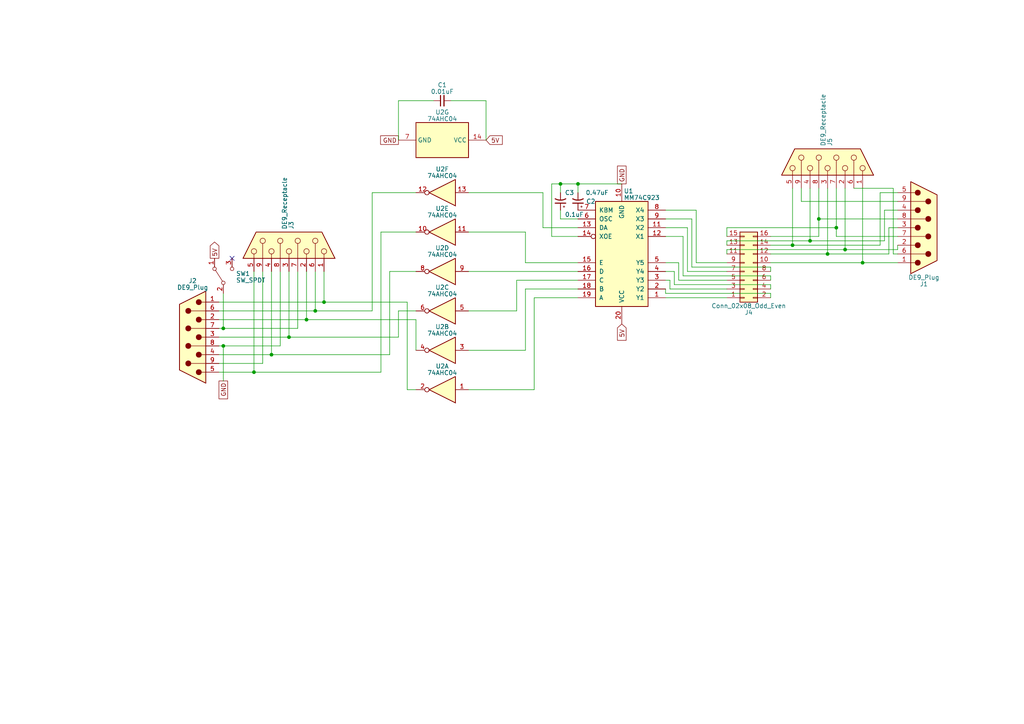
<source format=kicad_sch>
(kicad_sch (version 20230121) (generator eeschema)
  (paper "A4")
  (title_block (title "Sidecar XE85") (date "2023-04-05") (rev "1") (company "Decent Consulting"))
  (lib_symbols
    (symbol "74xx:74AHC04"
      (property "Reference" "U" (at 0 1.27 0))
      (property "Value" "74AHC04" (at 0 -1.27 0))
      (symbol "74AHC04_1_0"
        (polyline (pts (xy -3.81 3.81) (xy -3.81 -3.81) (xy 3.81 0) (xy -3.81 3.81)) (stroke (width 0.254)) (fill (type background)))
        (pin input line (at -7.62 0 0) (length 3.81) (name "~") (number "1"))
        (pin output inverted (at 7.62 0 180) (length 3.81) (name "~") (number "2"))
      )
      (symbol "74AHC04_2_0"
        (polyline (pts (xy -3.81 3.81) (xy -3.81 -3.81) (xy 3.81 0) (xy -3.81 3.81)) (stroke (width 0.254)) (fill (type background)))
        (pin input line (at -7.62 0 0) (length 3.81) (name "~") (number "3"))
        (pin output inverted (at 7.62 0 180) (length 3.81) (name "~") (number "4"))
      )
      (symbol "74AHC04_3_0"
        (polyline (pts (xy -3.81 3.81) (xy -3.81 -3.81) (xy 3.81 0) (xy -3.81 3.81)) (stroke (width 0.254)) (fill (type background)))
        (pin input line (at -7.62 0 0) (length 3.81) (name "~") (number "5"))
        (pin output inverted (at 7.62 0 180) (length 3.81) (name "~") (number "6"))
      )
      (symbol "74AHC04_4_0"
        (polyline (pts (xy -3.81 3.81) (xy -3.81 -3.81) (xy 3.81 0) (xy -3.81 3.81)) (stroke (width 0.254)) (fill (type background)))
        (pin output inverted (at 7.62 0 180) (length 3.81) (name "~") (number "8"))
        (pin input line (at -7.62 0 0) (length 3.81) (name "~") (number "9"))
      )
      (symbol "74AHC04_5_0"
        (polyline (pts (xy -3.81 3.81) (xy -3.81 -3.81) (xy 3.81 0) (xy -3.81 3.81)) (stroke (width 0.254)) (fill (type background)))
        (pin output inverted (at 7.62 0 180) (length 3.81) (name "~") (number "10"))
        (pin input line (at -7.62 0 0) (length 3.81) (name "~") (number "11"))
      )
      (symbol "74AHC04_6_0"
        (polyline (pts (xy -3.81 3.81) (xy -3.81 -3.81) (xy 3.81 0) (xy -3.81 3.81)) (stroke (width 0.254)) (fill (type background)))
        (pin output inverted (at 7.62 0 180) (length 3.81) (name "~") (number "12"))
        (pin input line (at -7.62 0 0) (length 3.81) (name "~") (number "13"))
      )
      (symbol "74AHC04_7_0"
        (pin power_in line (at 0 12.7 270) (length 5.08) (name "VCC") (number "14"))
        (pin power_in line (at 0 -12.7 90) (length 5.08) (name "GND") (number "7"))
      )
      (symbol "74AHC04_7_1"
        (rectangle (start -5.08 7.62) (end 5.08 -7.62) (stroke (width 0.254)) (fill (type background)))
      )
    )
    (symbol "74xx:MM74C923" (pin_names (offset 1.016))
      (property "Reference" "U" (at -7.62 16.51 0))
      (property "Value" "MM74C923" (at -7.62 -16.51 0))
      (symbol "MM74C923_1_0"
        (pin input line (at -12.7 12.7 0) (length 5.08) (name "Y1") (number "1"))
        (pin power_in line (at 0 -20.32 90) (length 5.08) (name "GND") (number "10"))
        (pin output line (at -12.7 -7.62 0) (length 5.08) (name "X2") (number "11"))
        (pin output line (at -12.7 -5.08 0) (length 5.08) (name "X1") (number "12"))
        (pin output line (at 12.7 -7.62 180) (length 5.08) (name "DA") (number "13"))
        (pin input inverted (at 12.7 -5.08 180) (length 5.08) (name "XOE") (number "14"))
        (pin tri_state line (at 12.7 2.54 180) (length 5.08) (name "E") (number "15"))
        (pin tri_state line (at 12.7 5.08 180) (length 5.08) (name "D") (number "16"))
        (pin tri_state line (at 12.7 7.62 180) (length 5.08) (name "C") (number "17"))
        (pin tri_state line (at 12.7 10.16 180) (length 5.08) (name "B") (number "18"))
        (pin tri_state line (at 12.7 12.7 180) (length 5.08) (name "A") (number "19"))
        (pin input line (at -12.7 10.16 0) (length 5.08) (name "Y2") (number "2"))
        (pin power_in line (at 0 20.32 270) (length 5.08) (name "VCC") (number "20"))
        (pin input line (at -12.7 7.62 0) (length 5.08) (name "Y3") (number "3"))
        (pin input line (at -12.7 5.08 0) (length 5.08) (name "Y4") (number "4"))
        (pin input line (at -12.7 2.54 0) (length 5.08) (name "Y5") (number "5"))
        (pin input line (at 12.7 -10.16 180) (length 5.08) (name "OSC") (number "6"))
        (pin input line (at 12.7 -12.7 180) (length 5.08) (name "KBM") (number "7"))
        (pin output line (at -12.7 -12.7 0) (length 5.08) (name "X4") (number "8"))
        (pin output line (at -12.7 -10.16 0) (length 5.08) (name "X3") (number "9"))
      )
      (symbol "MM74C923_1_1"
        (rectangle (start -7.62 15.24) (end 7.62 -15.24) (stroke (width 0.254)) (fill (type background)))
      )
    )
    (symbol "Connector:DE9_Plug" (pin_names (offset 1.016) hide)
      (property "Reference" "J" (at 0 13.97 0))
      (property "Value" "DE9_Plug" (at 0 -14.605 0))
      (symbol "DE9_Plug_0_1"
        (circle (center -1.778 -10.16) (radius 0.762) (fill (type outline)))
        (circle (center -1.778 -5.08) (radius 0.762) (fill (type outline)))
        (circle (center -1.778 0) (radius 0.762) (fill (type outline)))
        (circle (center -1.778 5.08) (radius 0.762) (fill (type outline)))
        (circle (center -1.778 10.16) (radius 0.762) (fill (type outline)))
        (polyline (pts (xy -3.81 -10.16) (xy -2.54 -10.16)))
        (polyline (pts (xy -3.81 -7.62) (xy 0.508 -7.62)))
        (polyline (pts (xy -3.81 -5.08) (xy -2.54 -5.08)))
        (polyline (pts (xy -3.81 -2.54) (xy 0.508 -2.54)))
        (polyline (pts (xy -3.81 0) (xy -2.54 0)))
        (polyline (pts (xy -3.81 2.54) (xy 0.508 2.54)))
        (polyline (pts (xy -3.81 5.08) (xy -2.54 5.08)))
        (polyline (pts (xy -3.81 7.62) (xy 0.508 7.62)))
        (polyline (pts (xy -3.81 10.16) (xy -2.54 10.16)))
        (polyline (pts (xy -3.81 -13.335) (xy -3.81 13.335) (xy 3.81 9.525) (xy 3.81 -9.525) (xy -3.81 -13.335)) (stroke (width 0.254)) (fill (type background)))
        (circle (center 1.27 -7.62) (radius 0.762) (fill (type outline)))
        (circle (center 1.27 -2.54) (radius 0.762) (fill (type outline)))
        (circle (center 1.27 2.54) (radius 0.762) (fill (type outline)))
        (circle (center 1.27 7.62) (radius 0.762) (fill (type outline)))
      )
      (symbol "DE9_Plug_1_1"
        (pin passive line (at -7.62 -10.16 0) (length 3.81) (name "1") (number "1"))
        (pin passive line (at -7.62 -5.08 0) (length 3.81) (name "2") (number "2"))
        (pin passive line (at -7.62 0 0) (length 3.81) (name "3") (number "3"))
        (pin passive line (at -7.62 5.08 0) (length 3.81) (name "4") (number "4"))
        (pin passive line (at -7.62 10.16 0) (length 3.81) (name "5") (number "5"))
        (pin passive line (at -7.62 -7.62 0) (length 3.81) (name "6") (number "6"))
        (pin passive line (at -7.62 -2.54 0) (length 3.81) (name "7") (number "7"))
        (pin passive line (at -7.62 2.54 0) (length 3.81) (name "8") (number "8"))
        (pin passive line (at -7.62 7.62 0) (length 3.81) (name "9") (number "9"))
      )
    )
    (symbol "Connector:DE9_Receptacle" (pin_names (offset 1.016) hide)
      (property "Reference" "J" (at 0 13.97 0))
      (property "Value" "DE9_Receptacle" (at 0 -14.605 0))
      (symbol "DE9_Receptacle_0_1"
        (circle (center -1.778 -10.16) (radius 0.762))
        (circle (center -1.778 -5.08) (radius 0.762))
        (circle (center -1.778 0) (radius 0.762))
        (circle (center -1.778 5.08) (radius 0.762))
        (circle (center -1.778 10.16) (radius 0.762))
        (polyline (pts (xy -3.81 -10.16) (xy -2.54 -10.16)))
        (polyline (pts (xy -3.81 -7.62) (xy 0.508 -7.62)))
        (polyline (pts (xy -3.81 -5.08) (xy -2.54 -5.08)))
        (polyline (pts (xy -3.81 -2.54) (xy 0.508 -2.54)))
        (polyline (pts (xy -3.81 0) (xy -2.54 0)))
        (polyline (pts (xy -3.81 2.54) (xy 0.508 2.54)))
        (polyline (pts (xy -3.81 5.08) (xy -2.54 5.08)))
        (polyline (pts (xy -3.81 7.62) (xy 0.508 7.62)))
        (polyline (pts (xy -3.81 10.16) (xy -2.54 10.16)))
        (polyline (pts (xy -3.81 13.335) (xy -3.81 -13.335) (xy 3.81 -9.525) (xy 3.81 9.525) (xy -3.81 13.335)) (stroke (width 0.254)) (fill (type background)))
        (circle (center 1.27 -7.62) (radius 0.762))
        (circle (center 1.27 -2.54) (radius 0.762))
        (circle (center 1.27 2.54) (radius 0.762))
        (circle (center 1.27 7.62) (radius 0.762))
      )
      (symbol "DE9_Receptacle_1_1"
        (pin passive line (at -7.62 10.16 0) (length 3.81) (name "1") (number "1"))
        (pin passive line (at -7.62 5.08 0) (length 3.81) (name "2") (number "2"))
        (pin passive line (at -7.62 0 0) (length 3.81) (name "3") (number "3"))
        (pin passive line (at -7.62 -5.08 0) (length 3.81) (name "4") (number "4"))
        (pin passive line (at -7.62 -10.16 0) (length 3.81) (name "5") (number "5"))
        (pin passive line (at -7.62 7.62 0) (length 3.81) (name "6") (number "6"))
        (pin passive line (at -7.62 2.54 0) (length 3.81) (name "7") (number "7"))
        (pin passive line (at -7.62 -2.54 0) (length 3.81) (name "8") (number "8"))
        (pin passive line (at -7.62 -7.62 0) (length 3.81) (name "9") (number "9"))
      )
    )
    (symbol "Connector_Generic:Conn_02x08_Odd_Even" (pin_names (offset 1.016) hide)
      (property "Reference" "J" (at 1.27 10.16 0))
      (property "Value" "Conn_02x08_Odd_Even" (at 1.27 -12.7 0))
      (symbol "Conn_02x08_Odd_Even_1_1"
        (rectangle (start -1.27 -10.033) (end 0 -10.287) (stroke (width 0.1524)))
        (rectangle (start -1.27 -7.493) (end 0 -7.747) (stroke (width 0.1524)))
        (rectangle (start -1.27 -4.953) (end 0 -5.207) (stroke (width 0.1524)))
        (rectangle (start -1.27 -2.413) (end 0 -2.667) (stroke (width 0.1524)))
        (rectangle (start -1.27 0.127) (end 0 -0.127) (stroke (width 0.1524)))
        (rectangle (start -1.27 2.667) (end 0 2.413) (stroke (width 0.1524)))
        (rectangle (start -1.27 5.207) (end 0 4.953) (stroke (width 0.1524)))
        (rectangle (start -1.27 7.747) (end 0 7.493) (stroke (width 0.1524)))
        (rectangle (start -1.27 8.89) (end 3.81 -11.43) (stroke (width 0.254)) (fill (type background)))
        (rectangle (start 3.81 -10.033) (end 2.54 -10.287) (stroke (width 0.1524)))
        (rectangle (start 3.81 -7.493) (end 2.54 -7.747) (stroke (width 0.1524)))
        (rectangle (start 3.81 -4.953) (end 2.54 -5.207) (stroke (width 0.1524)))
        (rectangle (start 3.81 -2.413) (end 2.54 -2.667) (stroke (width 0.1524)))
        (rectangle (start 3.81 0.127) (end 2.54 -0.127) (stroke (width 0.1524)))
        (rectangle (start 3.81 2.667) (end 2.54 2.413) (stroke (width 0.1524)))
        (rectangle (start 3.81 5.207) (end 2.54 4.953) (stroke (width 0.1524)))
        (rectangle (start 3.81 7.747) (end 2.54 7.493) (stroke (width 0.1524)))
        (pin passive line (at -5.08 7.62 0) (length 3.81) (name "Pin_1") (number "1"))
        (pin passive line (at 7.62 -2.54 180) (length 3.81) (name "Pin_10") (number "10"))
        (pin passive line (at -5.08 -5.08 0) (length 3.81) (name "Pin_11") (number "11"))
        (pin passive line (at 7.62 -5.08 180) (length 3.81) (name "Pin_12") (number "12"))
        (pin passive line (at -5.08 -7.62 0) (length 3.81) (name "Pin_13") (number "13"))
        (pin passive line (at 7.62 -7.62 180) (length 3.81) (name "Pin_14") (number "14"))
        (pin passive line (at -5.08 -10.16 0) (length 3.81) (name "Pin_15") (number "15"))
        (pin passive line (at 7.62 -10.16 180) (length 3.81) (name "Pin_16") (number "16"))
        (pin passive line (at 7.62 7.62 180) (length 3.81) (name "Pin_2") (number "2"))
        (pin passive line (at -5.08 5.08 0) (length 3.81) (name "Pin_3") (number "3"))
        (pin passive line (at 7.62 5.08 180) (length 3.81) (name "Pin_4") (number "4"))
        (pin passive line (at -5.08 2.54 0) (length 3.81) (name "Pin_5") (number "5"))
        (pin passive line (at 7.62 2.54 180) (length 3.81) (name "Pin_6") (number "6"))
        (pin passive line (at -5.08 0 0) (length 3.81) (name "Pin_7") (number "7"))
        (pin passive line (at 7.62 0 180) (length 3.81) (name "Pin_8") (number "8"))
        (pin passive line (at -5.08 -2.54 0) (length 3.81) (name "Pin_9") (number "9"))
      )
    )
    (symbol "Device:C_Polarized_Small_US" (pin_numbers hide) (pin_names (offset 0.254) hide)
      (property "Reference" "C" (at 0.254 1.778 0))
      (property "Value" "C_Polarized_Small_US" (at 0.254 -2.032 0))
      (symbol "C_Polarized_Small_US_0_1"
        (polyline (pts (xy -1.524 0.508) (xy 1.524 0.508)) (stroke (width 0.3048)))
        (polyline (pts (xy -1.27 1.524) (xy -0.762 1.524)))
        (polyline (pts (xy -1.016 1.27) (xy -1.016 1.778)))
        (arc (start 1.524 -0.762) (mid 0 -0.3734) (end -1.524 -0.762) (stroke (width 0.3048)))
      )
      (symbol "C_Polarized_Small_US_1_1"
        (pin passive line (at 0 2.54 270) (length 2.032) (name "~") (number "1"))
        (pin passive line (at 0 -2.54 90) (length 2.032) (name "~") (number "2"))
      )
    )
    (symbol "Device:C_Small" (pin_numbers hide) (pin_names (offset 0.254) hide)
      (property "Reference" "C" (at 0.254 1.778 0))
      (property "Value" "C_Small" (at 0.254 -2.032 0))
      (symbol "C_Small_0_1"
        (polyline (pts (xy -1.524 -0.508) (xy 1.524 -0.508)) (stroke (width 0.3302)))
        (polyline (pts (xy -1.524 0.508) (xy 1.524 0.508)) (stroke (width 0.3048)))
      )
      (symbol "C_Small_1_1"
        (pin passive line (at 0 2.54 270) (length 2.032) (name "~") (number "1"))
        (pin passive line (at 0 -2.54 90) (length 2.032) (name "~") (number "2"))
      )
    )
    (symbol "Switch:SW_SPDT" (pin_names (offset 0) hide)
      (property "Reference" "SW" (at 0 4.318 0))
      (property "Value" "SW_SPDT" (at 0 -5.08 0))
      (symbol "SW_SPDT_0_0"
        (circle (center -2.032 0) (radius 0.508))
        (circle (center 2.032 -2.54) (radius 0.508))
      )
      (symbol "SW_SPDT_0_1"
        (polyline (pts (xy -1.524 0.254) (xy 1.651 2.286)))
        (circle (center 2.032 2.54) (radius 0.508))
      )
      (symbol "SW_SPDT_1_1"
        (pin passive line (at 5.08 2.54 180) (length 2.54) (name "A") (number "1"))
        (pin passive line (at -5.08 0 0) (length 2.54) (name "B") (number "2"))
        (pin passive line (at 5.08 -2.54 180) (length 2.54) (name "C") (number "3"))
      )
    )
  )
  (junction (at 237.49 63.5))
  (junction (at 88.9 92.71))
  (junction (at 234.95 69.85))
  (junction (at 242.57 66.04))
  (junction (at 229.87 71.12))
  (junction (at 73.66 107.95))
  (junction (at 240.03 73.66))
  (junction (at 78.74 102.87))
  (junction (at 64.77 100.33))
  (junction (at 91.44 90.17))
  (junction (at 167.64 53.34))
  (junction (at 250.19 76.2))
  (junction (at 64.77 95.25))
  (junction (at 83.82 97.79))
  (junction (at 93.98 87.63))
  (junction (at 245.11 72.39))
  (junction (at 162.56 53.34))
  (no_connect (at 67.31 74.93))
  (wire (pts (xy 140.97 40.64) (xy 140.97 29.21)))
  (wire (pts (xy 237.49 54.61) (xy 237.49 63.5)))
  (wire (pts (xy 229.87 54.61) (xy 229.87 71.12)))
  (wire (pts (xy 73.66 107.95) (xy 110.49 107.95)))
  (wire (pts (xy 86.36 95.25) (xy 64.77 95.25)))
  (wire (pts (xy 162.56 53.34) (xy 162.56 55.88)))
  (wire (pts (xy 223.52 77.47) (xy 223.52 78.74)))
  (wire (pts (xy 223.52 71.12) (xy 229.87 71.12)))
  (wire (pts (xy 64.77 100.33) (xy 64.77 110.49)))
  (wire (pts (xy 237.49 63.5) (xy 260.35 63.5)))
  (wire (pts (xy 237.49 68.58) (xy 237.49 63.5)))
  (wire (pts (xy 210.82 68.58) (xy 210.82 66.04)))
  (wire (pts (xy 256.54 60.96) (xy 260.35 60.96)))
  (wire (pts (xy 63.5 97.79) (xy 83.82 97.79)))
  (wire (pts (xy 201.93 76.2) (xy 201.93 60.96)))
  (wire (pts (xy 210.82 69.85) (xy 234.95 69.85)))
  (wire (pts (xy 255.27 71.12) (xy 255.27 55.88)))
  (wire (pts (xy 115.57 90.17) (xy 115.57 97.79)))
  (wire (pts (xy 232.41 58.42) (xy 260.35 58.42)))
  (wire (pts (xy 120.65 67.31) (xy 110.49 67.31)))
  (wire (pts (xy 223.52 82.55) (xy 223.52 83.82)))
  (wire (pts (xy 167.64 53.34) (xy 180.34 53.34)))
  (wire (pts (xy 256.54 69.85) (xy 256.54 60.96)))
  (wire (pts (xy 88.9 92.71) (xy 120.65 92.71)))
  (wire (pts (xy 140.97 29.21) (xy 130.81 29.21)))
  (wire (pts (xy 199.39 78.74) (xy 199.39 66.04)))
  (wire (pts (xy 194.31 81.28) (xy 193.04 81.28)))
  (wire (pts (xy 242.57 66.04) (xy 242.57 68.58)))
  (wire (pts (xy 196.85 76.2) (xy 193.04 76.2)))
  (wire (pts (xy 81.28 78.74) (xy 81.28 100.33)))
  (wire (pts (xy 81.28 100.33) (xy 64.77 100.33)))
  (wire (pts (xy 210.82 78.74) (xy 199.39 78.74)))
  (wire (pts (xy 86.36 78.74) (xy 86.36 95.25)))
  (wire (pts (xy 257.81 73.66) (xy 257.81 66.04)))
  (wire (pts (xy 201.93 60.96) (xy 193.04 60.96)))
  (wire (pts (xy 152.4 76.2) (xy 152.4 67.31)))
  (wire (pts (xy 210.82 76.2) (xy 201.93 76.2)))
  (wire (pts (xy 200.66 77.47) (xy 223.52 77.47)))
  (wire (pts (xy 91.44 90.17) (xy 107.95 90.17)))
  (wire (pts (xy 223.52 68.58) (xy 237.49 68.58)))
  (wire (pts (xy 76.2 105.41) (xy 63.5 105.41)))
  (wire (pts (xy 210.82 83.82) (xy 194.31 83.82)))
  (wire (pts (xy 63.5 92.71) (xy 88.9 92.71)))
  (wire (pts (xy 113.03 78.74) (xy 113.03 102.87)))
  (wire (pts (xy 198.12 80.01) (xy 198.12 68.58)))
  (wire (pts (xy 223.52 80.01) (xy 198.12 80.01)))
  (wire (pts (xy 193.04 85.09) (xy 223.52 85.09)))
  (wire (pts (xy 260.35 72.39) (xy 260.35 71.12)))
  (wire (pts (xy 250.19 76.2) (xy 250.19 54.61)))
  (wire (pts (xy 259.08 73.66) (xy 259.08 54.61)))
  (wire (pts (xy 260.35 73.66) (xy 259.08 73.66)))
  (wire (pts (xy 193.04 63.5) (xy 200.66 63.5)))
  (wire (pts (xy 91.44 78.74) (xy 91.44 90.17)))
  (wire (pts (xy 78.74 78.74) (xy 78.74 102.87)))
  (wire (pts (xy 157.48 55.88) (xy 135.89 55.88)))
  (wire (pts (xy 115.57 29.21) (xy 125.73 29.21)))
  (wire (pts (xy 152.4 67.31) (xy 135.89 67.31)))
  (wire (pts (xy 162.56 63.5) (xy 162.56 60.96)))
  (wire (pts (xy 64.77 95.25) (xy 63.5 95.25)))
  (wire (pts (xy 245.11 72.39) (xy 260.35 72.39)))
  (wire (pts (xy 167.64 76.2) (xy 152.4 76.2)))
  (wire (pts (xy 167.64 66.04) (xy 157.48 66.04)))
  (wire (pts (xy 63.5 102.87) (xy 78.74 102.87)))
  (wire (pts (xy 247.65 54.61) (xy 259.08 54.61)))
  (wire (pts (xy 210.82 81.28) (xy 196.85 81.28)))
  (wire (pts (xy 88.9 78.74) (xy 88.9 92.71)))
  (wire (pts (xy 107.95 55.88) (xy 107.95 90.17)))
  (wire (pts (xy 223.52 76.2) (xy 250.19 76.2)))
  (wire (pts (xy 167.64 81.28) (xy 149.86 81.28)))
  (wire (pts (xy 223.52 73.66) (xy 240.03 73.66)))
  (wire (pts (xy 167.64 68.58) (xy 160.02 68.58)))
  (wire (pts (xy 167.64 63.5) (xy 162.56 63.5)))
  (wire (pts (xy 196.85 81.28) (xy 196.85 76.2)))
  (wire (pts (xy 120.65 55.88) (xy 107.95 55.88)))
  (wire (pts (xy 93.98 78.74) (xy 93.98 87.63)))
  (wire (pts (xy 118.11 113.03) (xy 118.11 87.63)))
  (wire (pts (xy 78.74 102.87) (xy 113.03 102.87)))
  (wire (pts (xy 210.82 66.04) (xy 242.57 66.04)))
  (wire (pts (xy 234.95 69.85) (xy 256.54 69.85)))
  (wire (pts (xy 63.5 90.17) (xy 91.44 90.17)))
  (wire (pts (xy 195.58 78.74) (xy 195.58 82.55)))
  (wire (pts (xy 120.65 101.6) (xy 120.65 92.71)))
  (wire (pts (xy 199.39 66.04) (xy 193.04 66.04)))
  (wire (pts (xy 73.66 78.74) (xy 73.66 107.95)))
  (wire (pts (xy 154.94 86.36) (xy 154.94 113.03)))
  (wire (pts (xy 198.12 68.58) (xy 193.04 68.58)))
  (wire (pts (xy 160.02 53.34) (xy 162.56 53.34)))
  (wire (pts (xy 64.77 100.33) (xy 63.5 100.33)))
  (wire (pts (xy 210.82 73.66) (xy 210.82 72.39)))
  (wire (pts (xy 257.81 66.04) (xy 260.35 66.04)))
  (wire (pts (xy 240.03 73.66) (xy 257.81 73.66)))
  (wire (pts (xy 255.27 55.88) (xy 260.35 55.88)))
  (wire (pts (xy 135.89 101.6) (xy 152.4 101.6)))
  (wire (pts (xy 195.58 82.55) (xy 223.52 82.55)))
  (wire (pts (xy 93.98 87.63) (xy 118.11 87.63)))
  (wire (pts (xy 152.4 83.82) (xy 152.4 101.6)))
  (wire (pts (xy 83.82 78.74) (xy 83.82 97.79)))
  (wire (pts (xy 64.77 85.09) (xy 64.77 95.25)))
  (wire (pts (xy 135.89 78.74) (xy 167.64 78.74)))
  (wire (pts (xy 229.87 71.12) (xy 255.27 71.12)))
  (wire (pts (xy 162.56 53.34) (xy 167.64 53.34)))
  (wire (pts (xy 245.11 54.61) (xy 245.11 72.39)))
  (wire (pts (xy 115.57 90.17) (xy 120.65 90.17)))
  (wire (pts (xy 193.04 83.82) (xy 193.04 85.09)))
  (wire (pts (xy 83.82 97.79) (xy 115.57 97.79)))
  (wire (pts (xy 242.57 68.58) (xy 260.35 68.58)))
  (wire (pts (xy 110.49 67.31) (xy 110.49 107.95)))
  (wire (pts (xy 223.52 81.28) (xy 223.52 80.01)))
  (wire (pts (xy 232.41 54.61) (xy 232.41 58.42)))
  (wire (pts (xy 167.64 83.82) (xy 152.4 83.82)))
  (wire (pts (xy 154.94 113.03) (xy 135.89 113.03)))
  (wire (pts (xy 234.95 54.61) (xy 234.95 69.85)))
  (wire (pts (xy 194.31 83.82) (xy 194.31 81.28)))
  (wire (pts (xy 120.65 113.03) (xy 118.11 113.03)))
  (wire (pts (xy 115.57 40.64) (xy 115.57 29.21)))
  (wire (pts (xy 149.86 90.17) (xy 135.89 90.17)))
  (wire (pts (xy 160.02 68.58) (xy 160.02 53.34)))
  (wire (pts (xy 223.52 85.09) (xy 223.52 86.36)))
  (wire (pts (xy 200.66 63.5) (xy 200.66 77.47)))
  (wire (pts (xy 63.5 107.95) (xy 73.66 107.95)))
  (wire (pts (xy 193.04 86.36) (xy 210.82 86.36)))
  (wire (pts (xy 157.48 55.88) (xy 157.48 66.04)))
  (wire (pts (xy 120.65 78.74) (xy 113.03 78.74)))
  (wire (pts (xy 250.19 76.2) (xy 260.35 76.2)))
  (wire (pts (xy 242.57 54.61) (xy 242.57 66.04)))
  (wire (pts (xy 167.64 53.34) (xy 167.64 55.88)))
  (wire (pts (xy 63.5 87.63) (xy 93.98 87.63)))
  (wire (pts (xy 76.2 78.74) (xy 76.2 105.41)))
  (wire (pts (xy 167.64 86.36) (xy 154.94 86.36)))
  (wire (pts (xy 193.04 78.74) (xy 195.58 78.74)))
  (wire (pts (xy 210.82 72.39) (xy 245.11 72.39)))
  (wire (pts (xy 210.82 71.12) (xy 210.82 69.85)))
  (wire (pts (xy 149.86 81.28) (xy 149.86 90.17)))
  (wire (pts (xy 240.03 54.61) (xy 240.03 73.66)))
  (global_label "5V" (shape input) (at 180.34 93.98 270) (property "Intersheetrefs" "${INTERSHEET_REFS}" (effects hide)))
  (global_label "5V" (shape output) (at 62.23 74.93 90) (property "Intersheetrefs" "${INTERSHEET_REFS}" (effects hide)))
  (global_label "GND" (shape passive) (at 180.34 53.34 90) (property "Intersheetrefs" "${INTERSHEET_REFS}" (effects hide)))
  (global_label "5V" (shape input) (at 140.97 40.64 0) (property "Intersheetrefs" "${INTERSHEET_REFS}" (effects hide)))
  (global_label "GND" (shape passive) (at 115.57 40.64 180) (property "Intersheetrefs" "${INTERSHEET_REFS}" (effects hide)))
  (global_label "GND" (shape passive) (at 64.77 110.49 270) (property "Intersheetrefs" "${INTERSHEET_REFS}" (effects hide)))
  (symbol (lib_id "Connector:DE9_Plug") (at 55.88 97.79 180) (unit 1)
    (property "Reference" "J2" (at 55.88 81.4451 0))
    (property "Value" "DE9_Plug" (at 55.88 83.3661 0))
    (property "Datasheet" " ~" (effects hide))
  )
  (symbol (lib_id "Device:C_Polarized_Small_US") (at 167.64 58.42 180) (unit 1)
    (property "Reference" "C2" (at 172.72 58.42 0) (effects (justify left)))
    (property "Value" "0.47uF" (at 176.53 55.88 0) (effects (justify left)))
  )
  (symbol (lib_id "74xx:74AHC04") (at 128.27 101.6 180) (unit 2)
    (property "Reference" "U2" (at 128.27 94.7801 0))
    (property "Value" "74AHC04" (at 128.27 96.7011 0))
    (property "Datasheet" "https://assets.nexperia.com/documents/data-sheet/74AHC_AHCT04.pdf" (effects hide))
  )
  (symbol (lib_id "Connector:DE9_Plug") (at 267.97 66.04 0) (unit 1)
    (property "Reference" "J1" (at 267.97 82.3849 0))
    (property "Value" "DE9_Plug" (at 267.97 80.4639 0))
    (property "Datasheet" " ~" (effects hide))
  )
  (symbol (lib_id "74xx:74AHC04") (at 128.27 67.31 180) (unit 5)
    (property "Reference" "U2" (at 128.27 60.4901 0))
    (property "Value" "74AHC04" (at 128.27 62.4111 0))
    (property "Datasheet" "https://assets.nexperia.com/documents/data-sheet/74AHC_AHCT04.pdf" (effects hide))
  )
  (symbol (lib_id "Connector_Generic:Conn_02x08_Odd_Even") (at 215.9 78.74 0) (mirror x) (unit 1)
    (property "Reference" "J4" (at 217.17 90.6399 0))
    (property "Value" "Conn_02x08_Odd_Even" (at 217.17 88.7189 0))
  )
  (symbol (lib_id "74xx:74AHC04") (at 128.27 113.03 180) (unit 1)
    (property "Reference" "U2" (at 128.27 106.2101 0))
    (property "Value" "74AHC04" (at 128.27 108.1311 0))
    (property "Datasheet" "https://assets.nexperia.com/documents/data-sheet/74AHC_AHCT04.pdf" (effects hide))
  )
  (symbol (lib_id "74xx:74AHC04") (at 128.27 90.17 180) (unit 3)
    (property "Reference" "U2" (at 128.27 83.3501 0))
    (property "Value" "74AHC04" (at 128.27 85.2711 0))
    (property "Datasheet" "https://assets.nexperia.com/documents/data-sheet/74AHC_AHCT04.pdf" (effects hide))
  )
  (symbol (lib_id "74xx:74AHC04") (at 128.27 55.88 180) (unit 6)
    (property "Reference" "U2" (at 128.27 49.0601 0))
    (property "Value" "74AHC04" (at 128.27 50.9811 0))
    (property "Datasheet" "https://assets.nexperia.com/documents/data-sheet/74AHC_AHCT04.pdf" (effects hide))
  )
  (symbol (lib_id "Connector:DE9_Receptacle") (at 240.03 46.99 270) (mirror x) (unit 1)
    (property "Reference" "J5" (at 240.6737 42.418 0) (effects (justify left)))
    (property "Value" "DE9_Receptacle" (at 238.7527 42.418 0) (effects (justify left)))
    (property "Datasheet" " ~" (effects hide))
  )
  (symbol (lib_id "Device:C_Polarized_Small_US") (at 162.56 58.42 180) (unit 1)
    (property "Reference" "C3" (at 163.83 55.88 0) (effects (justify right)))
    (property "Value" "0.1uF" (at 163.83 62.23 0) (effects (justify right)))
  )
  (symbol (lib_id "Device:C_Small") (at 128.27 29.21 90) (unit 1)
    (property "Reference" "C1" (at 128.2763 24.638 90))
    (property "Value" "0.01uF" (at 128.2763 26.559 90))
  )
  (symbol (lib_id "74xx:74AHC04") (at 128.27 78.74 180) (unit 4)
    (property "Reference" "U2" (at 128.27 71.9201 0))
    (property "Value" "74AHC04" (at 128.27 73.8411 0))
    (property "Datasheet" "https://assets.nexperia.com/documents/data-sheet/74AHC_AHCT04.pdf" (effects hide))
  )
  (symbol (lib_id "74xx:74AHC04") (at 128.27 40.64 270) (unit 7)
    (property "Reference" "U2" (at 128.27 32.5501 90))
    (property "Value" "74AHC04" (at 128.27 34.4711 90))
    (property "Datasheet" "https://assets.nexperia.com/documents/data-sheet/74AHC_AHCT04.pdf" (effects hide))
  )
  (symbol (lib_id "Switch:SW_SPDT") (at 64.77 80.01 90) (unit 1)
    (property "Reference" "SW1" (at 68.453 79.3663 90) (effects (justify right)))
    (property "Value" "SW_SPDT" (at 68.453 81.2873 90) (effects (justify right)))
  )
  (symbol (lib_id "74xx:MM74C923") (at 180.34 73.66 180) (unit 1)
    (property "Reference" "U1" (at 180.9241 55.4101 0) (effects (justify right)))
    (property "Value" "MM74C923" (at 180.9241 57.3311 0) (effects (justify right)))
    (property "Datasheet" "http://www.ti.com/lit/gpn/snMM74C923" (effects hide))
  )
  (symbol (lib_id "Connector:DE9_Receptacle") (at 83.82 71.12 270) (mirror x) (unit 1)
    (property "Reference" "J3" (at 84.4637 66.548 0) (effects (justify left)))
    (property "Value" "DE9_Receptacle" (at 82.5427 66.548 0) (effects (justify left)))
    (property "Datasheet" " ~" (effects hide))
  )
)
</source>
